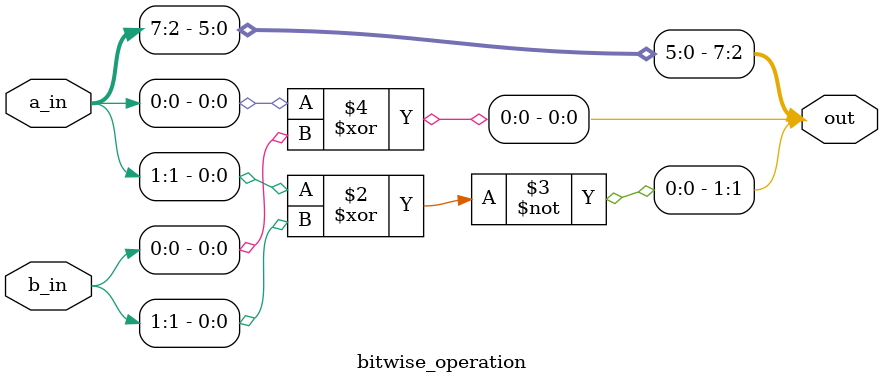
<source format=v>

module bitwise_operation(
    input [7:0] a_in,
    input [7:0] b_in,
    output reg [7:0] out
);

    always @(*) begin
        out[7:2] = a_in[7:2];
        out[1] = ~(a_in[1] ^ b_in[1]);
        out[0] = a_in[0] ^ b_in[0];
    end

endmodule

</source>
